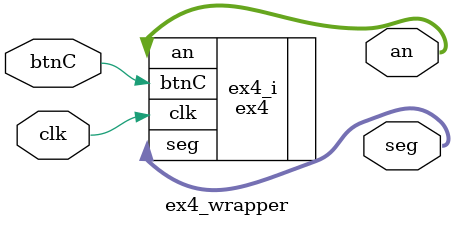
<source format=v>
`timescale 1 ps / 1 ps

module ex4_wrapper
   (an,
    btnC,
    clk,
    seg);
  output [7:0]an;
  input btnC;
  input clk;
  output [6:0]seg;

  wire [7:0]an;
  wire btnC;
  wire clk;
  wire [6:0]seg;

  ex4 ex4_i
       (.an(an),
        .btnC(btnC),
        .clk(clk),
        .seg(seg));
endmodule

</source>
